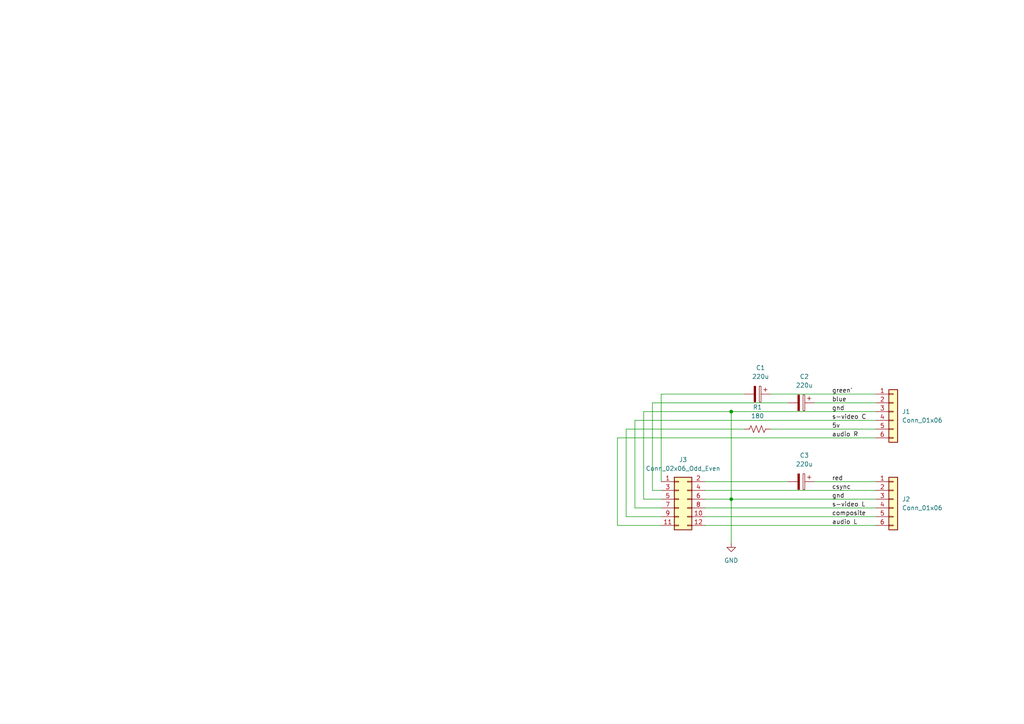
<source format=kicad_sch>
(kicad_sch (version 20211123) (generator eeschema)
  (paper "A4")
  (lib_symbols
    (symbol "Connector_Generic:Conn_01x06" (pin_names (offset 1.016) hide)
      (property "Reference" "J" (at 0 7.62 0))
      (property "Value" "Conn_01x06" (at 0 -10.16 0))
      (symbol "Conn_01x06_1_1"
        (rectangle (start -1.27 -7.493) (end 0 -7.747) (stroke (width 0.1524)))
        (rectangle (start -1.27 -4.953) (end 0 -5.207) (stroke (width 0.1524)))
        (rectangle (start -1.27 -2.413) (end 0 -2.667) (stroke (width 0.1524)))
        (rectangle (start -1.27 0.127) (end 0 -0.127) (stroke (width 0.1524)))
        (rectangle (start -1.27 2.667) (end 0 2.413) (stroke (width 0.1524)))
        (rectangle (start -1.27 5.207) (end 0 4.953) (stroke (width 0.1524)))
        (rectangle (start -1.27 6.35) (end 1.27 -8.89) (stroke (width 0.254)) (fill (type background)))
        (pin passive line (at -5.08 5.08 0) (length 3.81) (name "Pin_1") (number "1"))
        (pin passive line (at -5.08 2.54 0) (length 3.81) (name "Pin_2") (number "2"))
        (pin passive line (at -5.08 0 0) (length 3.81) (name "Pin_3") (number "3"))
        (pin passive line (at -5.08 -2.54 0) (length 3.81) (name "Pin_4") (number "4"))
        (pin passive line (at -5.08 -5.08 0) (length 3.81) (name "Pin_5") (number "5"))
        (pin passive line (at -5.08 -7.62 0) (length 3.81) (name "Pin_6") (number "6"))
      )
    )
    (symbol "Connector_Generic:Conn_02x06_Odd_Even" (pin_names (offset 1.016) hide)
      (property "Reference" "J" (at 1.27 7.62 0))
      (property "Value" "Conn_02x06_Odd_Even" (at 1.27 -10.16 0))
      (symbol "Conn_02x06_Odd_Even_1_1"
        (rectangle (start -1.27 -7.493) (end 0 -7.747) (stroke (width 0.1524)))
        (rectangle (start -1.27 -4.953) (end 0 -5.207) (stroke (width 0.1524)))
        (rectangle (start -1.27 -2.413) (end 0 -2.667) (stroke (width 0.1524)))
        (rectangle (start -1.27 0.127) (end 0 -0.127) (stroke (width 0.1524)))
        (rectangle (start -1.27 2.667) (end 0 2.413) (stroke (width 0.1524)))
        (rectangle (start -1.27 5.207) (end 0 4.953) (stroke (width 0.1524)))
        (rectangle (start -1.27 6.35) (end 3.81 -8.89) (stroke (width 0.254)) (fill (type background)))
        (rectangle (start 3.81 -7.493) (end 2.54 -7.747) (stroke (width 0.1524)))
        (rectangle (start 3.81 -4.953) (end 2.54 -5.207) (stroke (width 0.1524)))
        (rectangle (start 3.81 -2.413) (end 2.54 -2.667) (stroke (width 0.1524)))
        (rectangle (start 3.81 0.127) (end 2.54 -0.127) (stroke (width 0.1524)))
        (rectangle (start 3.81 2.667) (end 2.54 2.413) (stroke (width 0.1524)))
        (rectangle (start 3.81 5.207) (end 2.54 4.953) (stroke (width 0.1524)))
        (pin passive line (at -5.08 5.08 0) (length 3.81) (name "Pin_1") (number "1"))
        (pin passive line (at 7.62 -5.08 180) (length 3.81) (name "Pin_10") (number "10"))
        (pin passive line (at -5.08 -7.62 0) (length 3.81) (name "Pin_11") (number "11"))
        (pin passive line (at 7.62 -7.62 180) (length 3.81) (name "Pin_12") (number "12"))
        (pin passive line (at 7.62 5.08 180) (length 3.81) (name "Pin_2") (number "2"))
        (pin passive line (at -5.08 2.54 0) (length 3.81) (name "Pin_3") (number "3"))
        (pin passive line (at 7.62 2.54 180) (length 3.81) (name "Pin_4") (number "4"))
        (pin passive line (at -5.08 0 0) (length 3.81) (name "Pin_5") (number "5"))
        (pin passive line (at 7.62 0 180) (length 3.81) (name "Pin_6") (number "6"))
        (pin passive line (at -5.08 -2.54 0) (length 3.81) (name "Pin_7") (number "7"))
        (pin passive line (at 7.62 -2.54 180) (length 3.81) (name "Pin_8") (number "8"))
        (pin passive line (at -5.08 -5.08 0) (length 3.81) (name "Pin_9") (number "9"))
      )
    )
    (symbol "Device:C_Polarized" (pin_numbers hide) (pin_names (offset 0.254))
      (property "Reference" "C" (at 0.635 2.54 0))
      (property "Value" "C_Polarized" (at 0.635 -2.54 0))
      (symbol "C_Polarized_0_1"
        (rectangle (start -2.286 0.508) (end 2.286 1.016))
        (polyline (pts (xy -1.778 2.286) (xy -0.762 2.286)))
        (polyline (pts (xy -1.27 2.794) (xy -1.27 1.778)))
        (rectangle (start 2.286 -0.508) (end -2.286 -1.016) (fill (type outline)))
      )
      (symbol "C_Polarized_1_1"
        (pin passive line (at 0 3.81 270) (length 2.794) (name "~") (number "1"))
        (pin passive line (at 0 -3.81 90) (length 2.794) (name "~") (number "2"))
      )
    )
    (symbol "Device:R_US" (pin_numbers hide) (pin_names (offset 0))
      (property "Reference" "R" (at 2.54 0 90))
      (property "Value" "R_US" (at -2.54 0 90))
      (symbol "R_US_0_1"
        (polyline (pts (xy 0 -2.286) (xy 0 -2.54)))
        (polyline (pts (xy 0 2.286) (xy 0 2.54)))
        (polyline (pts (xy 0 -0.762) (xy 1.016 -1.143) (xy 0 -1.524) (xy -1.016 -1.905) (xy 0 -2.286)))
        (polyline (pts (xy 0 0.762) (xy 1.016 0.381) (xy 0 0) (xy -1.016 -0.381) (xy 0 -0.762)))
        (polyline (pts (xy 0 2.286) (xy 1.016 1.905) (xy 0 1.524) (xy -1.016 1.143) (xy 0 0.762)))
      )
      (symbol "R_US_1_1"
        (pin passive line (at 0 3.81 270) (length 1.27) (name "~") (number "1"))
        (pin passive line (at 0 -3.81 90) (length 1.27) (name "~") (number "2"))
      )
    )
    (symbol "power:GND" (power) (pin_names (offset 0))
      (property "Value" "GND" (at 0 -3.81 0))
      (symbol "GND_0_1"
        (polyline (pts (xy 0 0) (xy 0 -1.27) (xy 1.27 -1.27) (xy 0 -2.54) (xy -1.27 -1.27) (xy 0 -1.27)))
      )
      (symbol "GND_1_1"
        (pin power_in line (at 0 0 270) (length 0) hide (name "GND") (number "1"))
      )
    )
  )
  (junction (at 212.09 119.38))
  (junction (at 212.09 144.78))
  (wire (pts (xy 186.69 119.38) (xy 186.69 144.78)))
  (wire (pts (xy 223.52 124.46) (xy 254 124.46)))
  (wire (pts (xy 212.09 119.38) (xy 212.09 144.78)))
  (wire (pts (xy 215.9 124.46) (xy 181.61 124.46)))
  (wire (pts (xy 186.69 119.38) (xy 212.09 119.38)))
  (wire (pts (xy 189.23 116.84) (xy 189.23 142.24)))
  (wire (pts (xy 212.09 119.38) (xy 254 119.38)))
  (wire (pts (xy 186.69 144.78) (xy 191.77 144.78)))
  (wire (pts (xy 179.07 152.4) (xy 191.77 152.4)))
  (wire (pts (xy 204.47 142.24) (xy 254 142.24)))
  (wire (pts (xy 184.15 121.92) (xy 184.15 147.32)))
  (wire (pts (xy 204.47 152.4) (xy 254 152.4)))
  (wire (pts (xy 228.6 116.84) (xy 189.23 116.84)))
  (wire (pts (xy 204.47 149.86) (xy 254 149.86)))
  (wire (pts (xy 189.23 142.24) (xy 191.77 142.24)))
  (wire (pts (xy 212.09 144.78) (xy 212.09 157.48)))
  (wire (pts (xy 184.15 147.32) (xy 191.77 147.32)))
  (wire (pts (xy 215.9 114.3) (xy 191.77 114.3)))
  (wire (pts (xy 204.47 144.78) (xy 212.09 144.78)))
  (wire (pts (xy 179.07 127) (xy 179.07 152.4)))
  (wire (pts (xy 254 121.92) (xy 184.15 121.92)))
  (wire (pts (xy 236.22 139.7) (xy 254 139.7)))
  (wire (pts (xy 212.09 144.78) (xy 254 144.78)))
  (wire (pts (xy 254 127) (xy 179.07 127)))
  (wire (pts (xy 236.22 116.84) (xy 254 116.84)))
  (wire (pts (xy 204.47 147.32) (xy 254 147.32)))
  (wire (pts (xy 181.61 149.86) (xy 191.77 149.86)))
  (wire (pts (xy 223.52 114.3) (xy 254 114.3)))
  (wire (pts (xy 191.77 114.3) (xy 191.77 139.7)))
  (wire (pts (xy 181.61 124.46) (xy 181.61 149.86)))
  (wire (pts (xy 204.47 139.7) (xy 228.6 139.7)))
  (label "gnd" (at 241.3 119.38 0))
  (label "audio R" (at 241.3 127 0))
  (label "s-video L" (at 241.3 147.32 0))
  (label "blue" (at 241.3 116.84 0))
  (label "green'" (at 241.3 114.3 0))
  (label "s-video C" (at 241.3 121.92 0))
  (label "audio L" (at 241.3 152.4 0))
  (label "5v" (at 241.3 124.46 0))
  (label "gnd" (at 241.3 144.78 0))
  (label "red" (at 241.3 139.7 0))
  (label "composite" (at 241.3 149.86 0))
  (label "csync" (at 241.3 142.24 0))
  (symbol (lib_id "Connector_Generic:Conn_02x06_Odd_Even") (at 196.85 144.78 0) (unit 1)
    (property "Reference" "J3" (at 198.12 133.35 0))
    (property "Value" "Conn_02x06_Odd_Even" (at 198.12 135.89 0))
    (property "Footprint" "Connector_PinHeader_2.54mm:PinHeader_2x06_P2.54mm_Vertical" (effects hide))
  )
  (symbol (lib_id "power:GND") (at 212.09 157.48 0) (unit 1)
    (property "Reference" "#PWR0101" (effects hide))
    (property "Value" "GND" (at 212.09 162.56 0))
  )
  (symbol (lib_id "Connector_Generic:Conn_01x06") (at 259.08 144.78 0) (unit 1)
    (property "Reference" "J2" (at 261.62 144.7799 0) (effects (justify left)))
    (property "Value" "Conn_01x06" (at 261.62 147.3199 0) (effects (justify left)))
    (property "Footprint" "custom:nintendo multi av" (effects hide))
  )
  (symbol (lib_id "Device:C_Polarized") (at 232.41 116.84 270) (unit 1)
    (property "Reference" "C2" (at 233.299 109.22 90))
    (property "Value" "220u" (at 233.299 111.76 90))
    (property "Footprint" "Capacitor_SMD:C_0603_1608Metric_Pad1.08x0.95mm_HandSolder" (effects hide))
  )
  (symbol (lib_id "Device:C_Polarized") (at 232.41 139.7 270) (unit 1)
    (property "Reference" "C3" (at 233.299 132.08 90))
    (property "Value" "220u" (at 233.299 134.62 90))
    (property "Footprint" "Capacitor_SMD:C_0603_1608Metric_Pad1.08x0.95mm_HandSolder" (effects hide))
  )
  (symbol (lib_id "Connector_Generic:Conn_01x06") (at 259.08 119.38 0) (unit 1)
    (property "Reference" "J1" (at 261.62 119.3799 0) (effects (justify left)))
    (property "Value" "Conn_01x06" (at 261.62 121.9199 0) (effects (justify left)))
    (property "Footprint" "custom:nintendo multi av" (effects hide))
  )
  (symbol (lib_id "Device:R_US") (at 219.71 124.46 90) (unit 1)
    (property "Reference" "R1" (at 219.71 118.11 90))
    (property "Value" "180" (at 219.71 120.65 90))
    (property "Footprint" "Resistor_SMD:R_0603_1608Metric_Pad0.98x0.95mm_HandSolder" (effects hide))
  )
  (symbol (lib_id "Device:C_Polarized") (at 219.71 114.3 270) (unit 1)
    (property "Reference" "C1" (at 220.599 106.68 90))
    (property "Value" "220u" (at 220.599 109.22 90))
    (property "Footprint" "Capacitor_SMD:C_0603_1608Metric_Pad1.08x0.95mm_HandSolder" (effects hide))
  )
)
</source>
